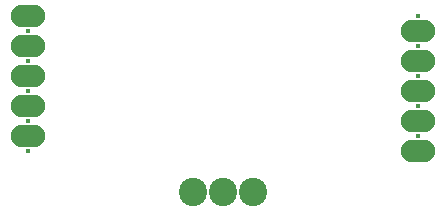
<source format=gbs>
G04*
G04 #@! TF.GenerationSoftware,Altium Limited,Altium Designer,20.0.13 (296)*
G04*
G04 Layer_Color=16711935*
%FSLAX25Y25*%
%MOIN*%
G70*
G01*
G75*
%ADD12C,0.09449*%
%ADD13O,0.11417X0.07480*%
%ADD14C,0.01575*%
D12*
X220000Y134000D02*
D03*
X210000D02*
D03*
X200000D02*
D03*
D13*
X145000Y152437D02*
D03*
Y162437D02*
D03*
Y172437D02*
D03*
Y182437D02*
D03*
Y192437D02*
D03*
X275000Y147563D02*
D03*
Y157563D02*
D03*
Y167563D02*
D03*
Y177563D02*
D03*
Y187563D02*
D03*
D14*
X145000Y147437D02*
D03*
Y157437D02*
D03*
Y167437D02*
D03*
Y177437D02*
D03*
Y187437D02*
D03*
X275000Y152563D02*
D03*
Y162563D02*
D03*
Y172563D02*
D03*
Y182563D02*
D03*
Y192563D02*
D03*
M02*

</source>
